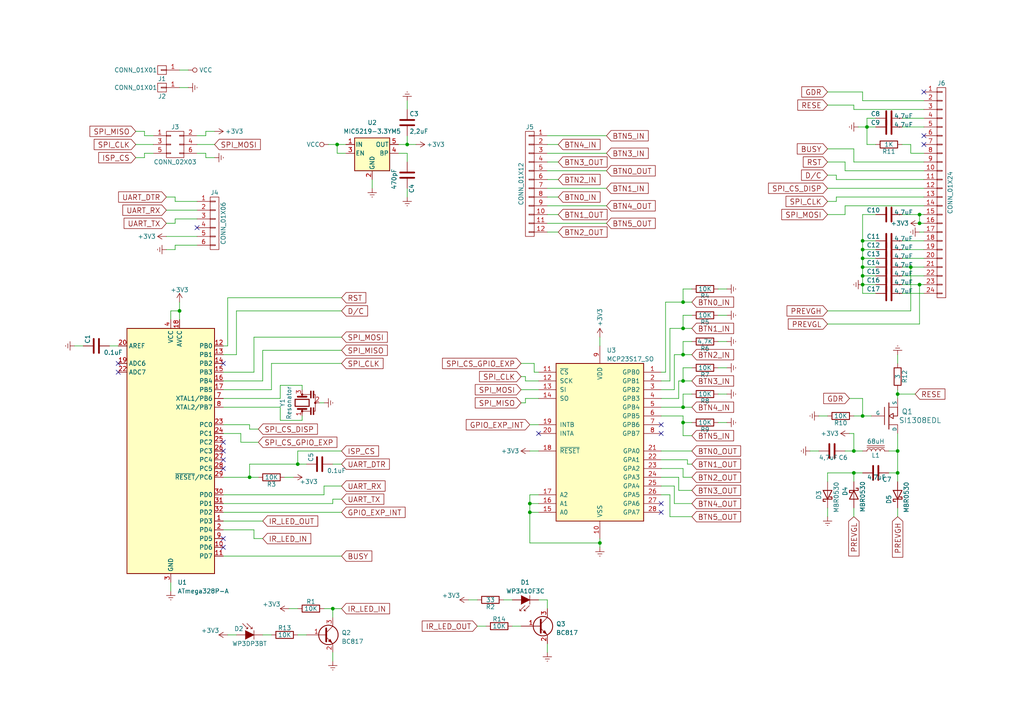
<source format=kicad_sch>
(kicad_sch (version 20230121) (generator eeschema)
  (paper "A4")
  (title_block (title "IOT Relay + Switch") (date "2017-05-30") (rev "1.1.0") (company "Felix Kübler"))
  (junction (at 97.79 41.91))
  (junction (at 250.19 72.39))
  (junction (at 250.19 82.55))
  (junction (at 250.19 80.01))
  (junction (at 173.99 157.48))
  (junction (at 52.07 90.17))
  (junction (at 260.35 114.3))
  (junction (at 153.67 148.59))
  (junction (at 260.35 137.16))
  (junction (at 198.12 87.63))
  (junction (at 266.7 62.23))
  (junction (at 250.19 77.47))
  (junction (at 86.36 134.62))
  (junction (at 250.19 74.93))
  (junction (at 247.65 130.81))
  (junction (at 198.12 122.555))
  (junction (at 153.67 146.05))
  (junction (at 118.11 41.91))
  (junction (at 250.19 120.65))
  (junction (at 198.12 110.49))
  (junction (at 251.46 36.83))
  (junction (at 266.7 64.77))
  (junction (at 96.52 176.53))
  (junction (at 198.12 95.25))
  (junction (at 264.16 77.47))
  (junction (at 198.12 102.87))
  (junction (at 266.7 82.55))
  (junction (at 198.12 118.11))
  (junction (at 260.35 130.81))
  (junction (at 250.19 69.85))
  (junction (at 247.65 137.16))
  (junction (at 72.39 138.43))
  (no_connect (at 191.77 148.59))
  (no_connect (at 57.15 66.04))
  (no_connect (at 64.77 135.89))
  (no_connect (at 34.29 105.41))
  (no_connect (at 267.97 41.91))
  (no_connect (at 64.77 158.75))
  (no_connect (at 156.21 125.73))
  (no_connect (at 267.97 26.67))
  (no_connect (at 64.77 133.35))
  (no_connect (at 64.77 105.41))
  (no_connect (at 191.77 125.73))
  (no_connect (at 191.77 146.05))
  (no_connect (at 267.97 39.37))
  (no_connect (at 64.77 156.21))
  (no_connect (at 64.77 130.81))
  (no_connect (at 191.77 123.19))
  (no_connect (at 34.29 107.95))
  (no_connect (at 64.77 128.27))
  (wire (pts (xy 107.95 52.07) (xy 107.95 54.61)))
  (wire (pts (xy 247.65 43.18) (xy 247.65 46.99)))
  (wire (pts (xy 194.31 149.86) (xy 200.66 149.86)))
  (wire (pts (xy 260.35 125.73) (xy 260.35 130.81)))
  (wire (pts (xy 267.97 59.69) (xy 245.11 59.69)))
  (wire (pts (xy 254 80.01) (xy 250.19 80.01)))
  (wire (pts (xy 52.07 87.63) (xy 52.07 90.17)))
  (wire (pts (xy 195.58 102.87) (xy 195.58 113.03)))
  (wire (pts (xy 200.66 146.05) (xy 195.58 146.05)))
  (wire (pts (xy 245.11 130.81) (xy 247.65 130.81)))
  (wire (pts (xy 200.66 122.555) (xy 198.12 122.555)))
  (wire (pts (xy 267.97 80.01) (xy 261.62 80.01)))
  (wire (pts (xy 41.91 38.1) (xy 41.91 39.37)))
  (wire (pts (xy 86.36 130.81) (xy 86.36 134.62)))
  (wire (pts (xy 250.19 82.55) (xy 250.19 85.09)))
  (wire (pts (xy 57.15 71.12) (xy 50.8 71.12)))
  (wire (pts (xy 267.97 74.93) (xy 261.62 74.93)))
  (wire (pts (xy 78.74 105.41) (xy 99.06 105.41)))
  (wire (pts (xy 93.98 143.51) (xy 64.77 143.51)))
  (wire (pts (xy 68.58 90.17) (xy 68.58 102.87)))
  (wire (pts (xy 198.12 110.49) (xy 196.85 110.49)))
  (wire (pts (xy 200.66 114.3) (xy 198.12 114.3)))
  (wire (pts (xy 81.28 118.11) (xy 64.77 118.11)))
  (wire (pts (xy 50.8 64.77) (xy 50.8 63.5)))
  (wire (pts (xy 66.04 184.15) (xy 68.58 184.15)))
  (wire (pts (xy 175.895 54.61) (xy 158.75 54.61)))
  (wire (pts (xy 64.77 151.13) (xy 76.2 151.13)))
  (wire (pts (xy 44.45 44.45) (xy 41.91 44.45)))
  (wire (pts (xy 260.35 137.16) (xy 260.35 139.7)))
  (wire (pts (xy 93.98 140.97) (xy 93.98 143.51)))
  (wire (pts (xy 52.07 90.17) (xy 52.07 92.71)))
  (wire (pts (xy 97.79 41.91) (xy 100.33 41.91)))
  (wire (pts (xy 87.63 111.76) (xy 87.63 113.03)))
  (wire (pts (xy 240.03 120.65) (xy 237.49 120.65)))
  (wire (pts (xy 198.12 138.43) (xy 198.12 135.89)))
  (wire (pts (xy 245.11 46.99) (xy 240.03 46.99)))
  (wire (pts (xy 50.8 58.42) (xy 57.15 58.42)))
  (wire (pts (xy 247.65 139.7) (xy 247.65 137.16)))
  (wire (pts (xy 83.82 176.53) (xy 86.36 176.53)))
  (wire (pts (xy 68.58 102.87) (xy 64.77 102.87)))
  (wire (pts (xy 64.77 113.03) (xy 78.74 113.03)))
  (wire (pts (xy 57.15 41.91) (xy 62.23 41.91)))
  (wire (pts (xy 267.97 29.21) (xy 250.19 29.21)))
  (wire (pts (xy 200.66 106.68) (xy 198.12 106.68)))
  (wire (pts (xy 175.895 49.53) (xy 158.75 49.53)))
  (wire (pts (xy 250.19 74.93) (xy 250.19 77.47)))
  (wire (pts (xy 261.62 62.23) (xy 266.7 62.23)))
  (wire (pts (xy 81.28 115.57) (xy 81.28 111.76)))
  (wire (pts (xy 267.97 34.29) (xy 261.62 34.29)))
  (wire (pts (xy 86.36 184.15) (xy 88.9 184.15)))
  (wire (pts (xy 250.19 85.09) (xy 254 85.09)))
  (wire (pts (xy 237.49 130.81) (xy 234.95 130.81)))
  (wire (pts (xy 118.11 44.45) (xy 118.11 46.99)))
  (wire (pts (xy 153.67 143.51) (xy 153.67 146.05)))
  (wire (pts (xy 242.57 58.42) (xy 242.57 57.15)))
  (wire (pts (xy 198.12 95.25) (xy 194.31 95.25)))
  (wire (pts (xy 254 77.47) (xy 250.19 77.47)))
  (wire (pts (xy 96.52 176.53) (xy 96.52 179.07)))
  (wire (pts (xy 198.12 120.65) (xy 191.77 120.65)))
  (wire (pts (xy 49.53 92.71) (xy 49.53 90.17)))
  (wire (pts (xy 251.46 36.83) (xy 251.46 41.91)))
  (wire (pts (xy 59.69 38.1) (xy 59.69 39.37)))
  (wire (pts (xy 240.03 137.16) (xy 240.03 139.7)))
  (wire (pts (xy 115.57 44.45) (xy 118.11 44.45)))
  (wire (pts (xy 96.52 146.05) (xy 64.77 146.05)))
  (wire (pts (xy 267.97 49.53) (xy 245.11 49.53)))
  (wire (pts (xy 198.12 83.82) (xy 198.12 87.63)))
  (wire (pts (xy 39.37 38.1) (xy 41.91 38.1)))
  (wire (pts (xy 31.75 100.33) (xy 34.29 100.33)))
  (wire (pts (xy 87.63 121.92) (xy 81.28 121.92)))
  (wire (pts (xy 200.66 102.87) (xy 198.12 102.87)))
  (wire (pts (xy 250.19 120.65) (xy 252.73 120.65)))
  (wire (pts (xy 196.85 115.57) (xy 191.77 115.57)))
  (wire (pts (xy 99.06 130.81) (xy 86.36 130.81)))
  (wire (pts (xy 48.26 57.15) (xy 50.8 57.15)))
  (wire (pts (xy 69.85 128.27) (xy 74.93 128.27)))
  (wire (pts (xy 208.28 106.68) (xy 210.82 106.68)))
  (wire (pts (xy 72.39 124.46) (xy 72.39 123.19)))
  (wire (pts (xy 250.19 69.85) (xy 254 69.85)))
  (wire (pts (xy 266.7 93.98) (xy 266.7 82.55)))
  (wire (pts (xy 100.33 44.45) (xy 97.79 44.45)))
  (wire (pts (xy 96.52 144.78) (xy 96.52 146.05)))
  (wire (pts (xy 138.43 181.61) (xy 140.97 181.61)))
  (wire (pts (xy 96.52 176.53) (xy 99.06 176.53)))
  (wire (pts (xy 208.28 99.06) (xy 210.82 99.06)))
  (wire (pts (xy 208.28 91.44) (xy 210.82 91.44)))
  (wire (pts (xy 64.77 125.73) (xy 69.85 125.73)))
  (wire (pts (xy 41.91 45.72) (xy 39.37 45.72)))
  (wire (pts (xy 146.05 173.99) (xy 148.59 173.99)))
  (wire (pts (xy 200.66 95.25) (xy 198.12 95.25)))
  (wire (pts (xy 48.26 68.58) (xy 57.15 68.58)))
  (wire (pts (xy 72.39 134.62) (xy 86.36 134.62)))
  (wire (pts (xy 193.04 87.63) (xy 193.04 107.95)))
  (wire (pts (xy 245.11 62.23) (xy 240.03 62.23)))
  (wire (pts (xy 240.03 93.98) (xy 266.7 93.98)))
  (wire (pts (xy 267.97 44.45) (xy 264.16 44.45)))
  (wire (pts (xy 248.92 36.83) (xy 251.46 36.83)))
  (wire (pts (xy 175.895 44.45) (xy 158.75 44.45)))
  (wire (pts (xy 210.82 122.555) (xy 208.28 122.555)))
  (wire (pts (xy 82.55 138.43) (xy 85.09 138.43)))
  (wire (pts (xy 240.03 43.18) (xy 247.65 43.18)))
  (wire (pts (xy 72.39 123.19) (xy 64.77 123.19)))
  (wire (pts (xy 92.71 116.84) (xy 93.98 116.84)))
  (wire (pts (xy 76.2 184.15) (xy 78.74 184.15)))
  (wire (pts (xy 161.925 57.15) (xy 158.75 57.15)))
  (wire (pts (xy 73.66 107.95) (xy 73.66 97.79)))
  (wire (pts (xy 208.28 83.82) (xy 210.82 83.82)))
  (wire (pts (xy 251.46 34.29) (xy 251.46 36.83)))
  (wire (pts (xy 158.75 186.69) (xy 158.75 189.23)))
  (wire (pts (xy 247.65 31.75) (xy 267.97 31.75)))
  (wire (pts (xy 260.35 105.41) (xy 260.35 102.87)))
  (wire (pts (xy 41.91 39.37) (xy 44.45 39.37)))
  (wire (pts (xy 59.69 39.37) (xy 57.15 39.37)))
  (wire (pts (xy 260.35 130.81) (xy 260.35 137.16)))
  (wire (pts (xy 247.65 130.81) (xy 250.19 130.81)))
  (wire (pts (xy 261.62 72.39) (xy 267.97 72.39)))
  (wire (pts (xy 97.79 44.45) (xy 97.79 41.91)))
  (wire (pts (xy 198.12 114.3) (xy 198.12 118.11)))
  (wire (pts (xy 198.12 102.87) (xy 195.58 102.87)))
  (wire (pts (xy 81.28 121.92) (xy 81.28 118.11)))
  (wire (pts (xy 87.63 120.65) (xy 87.63 121.92)))
  (wire (pts (xy 99.06 144.78) (xy 96.52 144.78)))
  (wire (pts (xy 266.7 62.23) (xy 267.97 62.23)))
  (wire (pts (xy 260.35 149.86) (xy 260.35 147.32)))
  (wire (pts (xy 198.12 99.06) (xy 198.12 102.87)))
  (wire (pts (xy 154.94 107.95) (xy 154.94 105.41)))
  (wire (pts (xy 195.58 146.05) (xy 195.58 140.97)))
  (wire (pts (xy 246.38 125.73) (xy 247.65 125.73)))
  (wire (pts (xy 208.28 114.3) (xy 210.82 114.3)))
  (wire (pts (xy 93.98 140.97) (xy 99.06 140.97)))
  (wire (pts (xy 50.8 63.5) (xy 57.15 63.5)))
  (wire (pts (xy 153.67 130.81) (xy 156.21 130.81)))
  (wire (pts (xy 173.99 156.21) (xy 173.99 157.48)))
  (wire (pts (xy 254 82.55) (xy 250.19 82.55)))
  (wire (pts (xy 254 34.29) (xy 251.46 34.29)))
  (wire (pts (xy 64.77 110.49) (xy 76.2 110.49)))
  (wire (pts (xy 264.16 90.17) (xy 264.16 77.47)))
  (wire (pts (xy 173.99 157.48) (xy 173.99 158.75)))
  (wire (pts (xy 76.2 110.49) (xy 76.2 101.6)))
  (wire (pts (xy 247.65 120.65) (xy 250.19 120.65)))
  (wire (pts (xy 191.77 143.51) (xy 194.31 143.51)))
  (wire (pts (xy 148.59 181.61) (xy 151.13 181.61)))
  (wire (pts (xy 264.16 41.91) (xy 261.62 41.91)))
  (wire (pts (xy 264.16 77.47) (xy 267.97 77.47)))
  (wire (pts (xy 240.03 30.48) (xy 247.65 30.48)))
  (wire (pts (xy 251.46 36.83) (xy 254 36.83)))
  (wire (pts (xy 199.39 134.62) (xy 200.66 134.62)))
  (wire (pts (xy 191.77 130.81) (xy 200.66 130.81)))
  (wire (pts (xy 118.11 54.61) (xy 118.11 57.15)))
  (wire (pts (xy 193.04 107.95) (xy 191.77 107.95)))
  (wire (pts (xy 266.7 62.23) (xy 266.7 64.77)))
  (wire (pts (xy 250.19 62.23) (xy 250.19 69.85)))
  (wire (pts (xy 135.89 173.99) (xy 138.43 173.99)))
  (wire (pts (xy 152.4 109.22) (xy 152.4 110.49)))
  (wire (pts (xy 118.11 41.91) (xy 120.65 41.91)))
  (wire (pts (xy 198.12 106.68) (xy 198.12 110.49)))
  (wire (pts (xy 62.23 38.1) (xy 59.69 38.1)))
  (wire (pts (xy 44.45 41.91) (xy 39.37 41.91)))
  (wire (pts (xy 200.66 83.82) (xy 198.12 83.82)))
  (wire (pts (xy 245.11 59.69) (xy 245.11 62.23)))
  (wire (pts (xy 161.925 67.31) (xy 158.75 67.31)))
  (wire (pts (xy 200.66 110.49) (xy 198.12 110.49)))
  (wire (pts (xy 198.12 126.365) (xy 200.66 126.365)))
  (wire (pts (xy 66.04 100.33) (xy 64.77 100.33)))
  (wire (pts (xy 266.7 82.55) (xy 267.97 82.55)))
  (wire (pts (xy 118.11 31.75) (xy 118.11 29.21)))
  (wire (pts (xy 200.66 118.11) (xy 198.12 118.11)))
  (wire (pts (xy 153.67 148.59) (xy 153.67 157.48)))
  (wire (pts (xy 161.925 62.23) (xy 158.75 62.23)))
  (wire (pts (xy 86.36 134.62) (xy 88.9 134.62)))
  (wire (pts (xy 76.2 101.6) (xy 99.06 101.6)))
  (wire (pts (xy 199.39 133.35) (xy 199.39 134.62)))
  (wire (pts (xy 73.66 97.79) (xy 99.06 97.79)))
  (wire (pts (xy 154.94 105.41) (xy 151.13 105.41)))
  (wire (pts (xy 72.39 138.43) (xy 74.93 138.43)))
  (wire (pts (xy 240.03 50.8) (xy 242.57 50.8)))
  (wire (pts (xy 245.11 49.53) (xy 245.11 46.99)))
  (wire (pts (xy 64.77 138.43) (xy 72.39 138.43)))
  (wire (pts (xy 156.21 107.95) (xy 154.94 107.95)))
  (wire (pts (xy 257.81 137.16) (xy 260.35 137.16)))
  (wire (pts (xy 196.85 142.24) (xy 200.66 142.24)))
  (wire (pts (xy 251.46 41.91) (xy 254 41.91)))
  (wire (pts (xy 198.12 120.65) (xy 198.12 122.555)))
  (wire (pts (xy 260.35 113.03) (xy 260.35 114.3)))
  (wire (pts (xy 153.67 146.05) (xy 153.67 148.59)))
  (wire (pts (xy 48.26 64.77) (xy 50.8 64.77)))
  (wire (pts (xy 59.69 44.45) (xy 59.69 45.72)))
  (wire (pts (xy 266.7 64.77) (xy 267.97 64.77)))
  (wire (pts (xy 240.03 58.42) (xy 242.57 58.42)))
  (wire (pts (xy 64.77 161.29) (xy 99.06 161.29)))
  (wire (pts (xy 200.66 138.43) (xy 198.12 138.43)))
  (wire (pts (xy 254 62.23) (xy 250.19 62.23)))
  (wire (pts (xy 151.13 116.84) (xy 152.4 116.84)))
  (wire (pts (xy 72.39 134.62) (xy 72.39 138.43)))
  (wire (pts (xy 152.4 110.49) (xy 156.21 110.49)))
  (wire (pts (xy 50.8 72.39) (xy 48.26 72.39)))
  (wire (pts (xy 260.35 130.81) (xy 257.81 130.81)))
  (wire (pts (xy 250.19 26.67) (xy 240.03 26.67)))
  (wire (pts (xy 48.26 60.96) (xy 57.15 60.96)))
  (wire (pts (xy 267.97 69.85) (xy 261.62 69.85)))
  (wire (pts (xy 73.66 153.67) (xy 64.77 153.67)))
  (wire (pts (xy 240.03 90.17) (xy 264.16 90.17)))
  (wire (pts (xy 74.93 124.46) (xy 72.39 124.46)))
  (wire (pts (xy 250.19 72.39) (xy 250.19 74.93)))
  (wire (pts (xy 151.13 109.22) (xy 152.4 109.22)))
  (wire (pts (xy 158.75 46.99) (xy 161.925 46.99)))
  (wire (pts (xy 69.85 125.73) (xy 69.85 128.27)))
  (wire (pts (xy 158.75 64.77) (xy 175.895 64.77)))
  (wire (pts (xy 175.895 39.37) (xy 158.75 39.37)))
  (wire (pts (xy 173.99 100.33) (xy 173.99 97.79)))
  (wire (pts (xy 99.06 90.17) (xy 68.58 90.17)))
  (wire (pts (xy 153.67 157.48) (xy 173.99 157.48)))
  (wire (pts (xy 64.77 107.95) (xy 73.66 107.95)))
  (wire (pts (xy 250.19 29.21) (xy 250.19 26.67)))
  (wire (pts (xy 191.77 133.35) (xy 199.39 133.35)))
  (wire (pts (xy 198.12 87.63) (xy 193.04 87.63)))
  (wire (pts (xy 50.8 57.15) (xy 50.8 58.42)))
  (wire (pts (xy 49.53 90.17) (xy 52.07 90.17)))
  (wire (pts (xy 266.7 67.31) (xy 267.97 67.31)))
  (wire (pts (xy 242.57 57.15) (xy 267.97 57.15)))
  (wire (pts (xy 66.04 86.36) (xy 66.04 100.33)))
  (wire (pts (xy 73.66 156.21) (xy 73.66 153.67)))
  (wire (pts (xy 200.66 91.44) (xy 198.12 91.44)))
  (wire (pts (xy 156.21 173.99) (xy 158.75 173.99)))
  (wire (pts (xy 198.12 91.44) (xy 198.12 95.25)))
  (wire (pts (xy 81.28 115.57) (xy 64.77 115.57)))
  (wire (pts (xy 96.52 189.23) (xy 96.52 191.77)))
  (wire (pts (xy 41.91 44.45) (xy 41.91 45.72)))
  (wire (pts (xy 99.06 86.36) (xy 66.04 86.36)))
  (wire (pts (xy 95.25 41.91) (xy 97.79 41.91)))
  (wire (pts (xy 115.57 41.91) (xy 118.11 41.91)))
  (wire (pts (xy 260.35 114.3) (xy 260.35 115.57)))
  (wire (pts (xy 250.19 115.57) (xy 250.19 120.65)))
  (wire (pts (xy 250.19 69.85) (xy 250.19 72.39)))
  (wire (pts (xy 200.66 99.06) (xy 198.12 99.06)))
  (wire (pts (xy 156.21 143.51) (xy 153.67 143.51)))
  (wire (pts (xy 195.58 140.97) (xy 191.77 140.97)))
  (wire (pts (xy 240.03 149.86) (xy 240.03 147.32)))
  (wire (pts (xy 194.31 95.25) (xy 194.31 110.49)))
  (wire (pts (xy 191.77 113.03) (xy 195.58 113.03)))
  (wire (pts (xy 54.61 25.4) (xy 52.07 25.4)))
  (wire (pts (xy 153.67 146.05) (xy 156.21 146.05)))
  (wire (pts (xy 247.65 137.16) (xy 250.19 137.16)))
  (wire (pts (xy 261.62 77.47) (xy 264.16 77.47)))
  (wire (pts (xy 93.98 176.53) (xy 96.52 176.53)))
  (wire (pts (xy 242.57 50.8) (xy 242.57 52.07)))
  (wire (pts (xy 254 74.93) (xy 250.19 74.93)))
  (wire (pts (xy 158.75 173.99) (xy 158.75 176.53)))
  (wire (pts (xy 198.12 122.555) (xy 198.12 126.365)))
  (wire (pts (xy 21.59 100.33) (xy 24.13 100.33)))
  (wire (pts (xy 246.38 115.57) (xy 250.19 115.57)))
  (wire (pts (xy 198.12 118.11) (xy 191.77 118.11)))
  (wire (pts (xy 247.65 125.73) (xy 247.65 130.81)))
  (wire (pts (xy 175.895 59.69) (xy 158.75 59.69)))
  (wire (pts (xy 59.69 45.72) (xy 62.23 45.72)))
  (wire (pts (xy 247.65 46.99) (xy 267.97 46.99)))
  (wire (pts (xy 250.19 80.01) (xy 250.19 82.55)))
  (wire (pts (xy 261.62 36.83) (xy 267.97 36.83)))
  (wire (pts (xy 198.12 135.89) (xy 191.77 135.89)))
  (wire (pts (xy 153.67 123.19) (xy 156.21 123.19)))
  (wire (pts (xy 247.65 149.86) (xy 247.65 147.32)))
  (wire (pts (xy 200.66 87.63) (xy 198.12 87.63)))
  (wire (pts (xy 73.66 156.21) (xy 76.2 156.21)))
  (wire (pts (xy 194.31 110.49) (xy 191.77 110.49)))
  (wire (pts (xy 156.21 113.03) (xy 151.13 113.03)))
  (wire (pts (xy 158.75 41.91) (xy 161.925 41.91)))
  (wire (pts (xy 194.31 143.51) (xy 194.31 149.86)))
  (wire (pts (xy 247.65 30.48) (xy 247.65 31.75)))
  (wire (pts (xy 254 72.39) (xy 250.19 72.39)))
  (wire (pts (xy 78.74 113.03) (xy 78.74 105.41)))
  (wire (pts (xy 196.85 110.49) (xy 196.85 115.57)))
  (wire (pts (xy 49.53 168.91) (xy 49.53 171.45)))
  (wire (pts (xy 264.16 44.45) (xy 264.16 41.91)))
  (wire (pts (xy 153.67 148.59) (xy 156.21 148.59)))
  (wire (pts (xy 191.77 138.43) (xy 196.85 138.43)))
  (wire (pts (xy 152.4 116.84) (xy 152.4 115.57)))
  (wire (pts (xy 96.52 134.62) (xy 99.06 134.62)))
  (wire (pts (xy 267.97 85.09) (xy 261.62 85.09)))
  (wire (pts (xy 261.62 82.55) (xy 266.7 82.55)))
  (wire (pts (xy 242.57 52.07) (xy 267.97 52.07)))
  (wire (pts (xy 250.19 77.47) (xy 250.19 80.01)))
  (wire (pts (xy 161.925 52.07) (xy 158.75 52.07)))
  (wire (pts (xy 152.4 115.57) (xy 156.21 115.57)))
  (wire (pts (xy 118.11 39.37) (xy 118.11 41.91)))
  (wire (pts (xy 196.85 138.43) (xy 196.85 142.24)))
  (wire (pts (xy 267.97 54.61) (xy 240.03 54.61)))
  (wire (pts (xy 265.43 114.3) (xy 260.35 114.3)))
  (wire (pts (xy 50.8 71.12) (xy 50.8 72.39)))
  (wire (pts (xy 64.77 148.59) (xy 99.06 148.59)))
  (wire (pts (xy 57.15 44.45) (xy 59.69 44.45)))
  (wire (pts (xy 81.28 111.76) (xy 87.63 111.76)))
  (wire (pts (xy 52.07 20.32) (xy 54.61 20.32)))
  (wire (pts (xy 240.03 137.16) (xy 247.65 137.16)))
  (global_label "SPI_MOSI" (shape input) (at 240.03 62.23 180) (effects (font (size 1.524 1.524))) (property "Intersheetrefs" "${INTERSHEET_REFS}" (effects hide)))
  (global_label "RESE" (shape input) (at 240.03 30.48 180) (effects (font (size 1.524 1.524))) (property "Intersheetrefs" "${INTERSHEET_REFS}" (effects hide)))
  (global_label "BTN1_OUT" (shape input) (at 161.925 62.23 0) (effects (font (size 1.524 1.524))) (property "Intersheetrefs" "${INTERSHEET_REFS}" (effects hide)))
  (global_label "BTN1_IN" (shape input) (at 175.895 54.61 0) (effects (font (size 1.524 1.524))) (property "Intersheetrefs" "${INTERSHEET_REFS}" (effects hide)))
  (global_label "ISP_CS" (shape input) (at 99.06 130.81 0) (effects (font (size 1.524 1.524))) (property "Intersheetrefs" "${INTERSHEET_REFS}" (effects hide)))
  (global_label "SPI_MOSI" (shape input) (at 62.23 41.91 0) (effects (font (size 1.524 1.524))) (property "Intersheetrefs" "${INTERSHEET_REFS}" (effects hide)))
  (global_label "IR_LED_OUT" (shape input) (at 76.2 151.13 0) (effects (font (size 1.524 1.524))) (property "Intersheetrefs" "${INTERSHEET_REFS}" (effects hide)))
  (global_label "UART_TX" (shape input) (at 99.06 144.78 0) (effects (font (size 1.524 1.524))) (property "Intersheetrefs" "${INTERSHEET_REFS}" (effects hide)))
  (global_label "UART_RX" (shape input) (at 99.06 140.97 0) (effects (font (size 1.524 1.524))) (property "Intersheetrefs" "${INTERSHEET_REFS}" (effects hide)))
  (global_label "GPIO_EXP_INT" (shape input) (at 99.06 148.59 0) (effects (font (size 1.524 1.524))) (property "Intersheetrefs" "${INTERSHEET_REFS}" (effects hide)))
  (global_label "SPI_CLK" (shape input) (at 151.13 109.22 180) (effects (font (size 1.524 1.524))) (property "Intersheetrefs" "${INTERSHEET_REFS}" (effects hide)))
  (global_label "SPI_CLK" (shape input) (at 99.06 105.41 0) (effects (font (size 1.524 1.524))) (property "Intersheetrefs" "${INTERSHEET_REFS}" (effects hide)))
  (global_label "BTN4_IN" (shape input) (at 161.925 41.91 0) (effects (font (size 1.524 1.524))) (property "Intersheetrefs" "${INTERSHEET_REFS}" (effects hide)))
  (global_label "PREVGH" (shape input) (at 260.35 149.86 270) (effects (font (size 1.524 1.524))) (property "Intersheetrefs" "${INTERSHEET_REFS}" (effects hide)))
  (global_label "RESE" (shape input) (at 265.43 114.3 0) (effects (font (size 1.524 1.524))) (property "Intersheetrefs" "${INTERSHEET_REFS}" (effects hide)))
  (global_label "BTN2_OUT" (shape input) (at 161.925 67.31 0) (effects (font (size 1.524 1.524))) (property "Intersheetrefs" "${INTERSHEET_REFS}" (effects hide)))
  (global_label "RST" (shape input) (at 99.06 86.36 0) (effects (font (size 1.524 1.524))) (property "Intersheetrefs" "${INTERSHEET_REFS}" (effects hide)))
  (global_label "PREVGL" (shape input) (at 240.03 93.98 180) (effects (font (size 1.524 1.524))) (property "Intersheetrefs" "${INTERSHEET_REFS}" (effects hide)))
  (global_label "D/C" (shape input) (at 99.06 90.17 0) (effects (font (size 1.524 1.524))) (property "Intersheetrefs" "${INTERSHEET_REFS}" (effects hide)))
  (global_label "SPI_CLK" (shape input) (at 240.03 58.42 180) (effects (font (size 1.524 1.524))) (property "Intersheetrefs" "${INTERSHEET_REFS}" (effects hide)))
  (global_label "UART_TX" (shape input) (at 48.26 64.77 180) (effects (font (size 1.524 1.524))) (property "Intersheetrefs" "${INTERSHEET_REFS}" (effects hide)))
  (global_label "BTN0_OUT" (shape input) (at 175.895 49.53 0) (effects (font (size 1.524 1.524))) (property "Intersheetrefs" "${INTERSHEET_REFS}" (effects hide)))
  (global_label "BUSY" (shape input) (at 99.06 161.29 0) (effects (font (size 1.524 1.524))) (property "Intersheetrefs" "${INTERSHEET_REFS}" (effects hide)))
  (global_label "BTN5_OUT" (shape input) (at 200.66 149.86 0) (effects (font (size 1.524 1.524))) (property "Intersheetrefs" "${INTERSHEET_REFS}" (effects hide)))
  (global_label "SPI_MOSI" (shape input) (at 151.13 113.03 180) (effects (font (size 1.524 1.524))) (property "Intersheetrefs" "${INTERSHEET_REFS}" (effects hide)))
  (global_label "BUSY" (shape input) (at 240.03 43.18 180) (effects (font (size 1.524 1.524))) (property "Intersheetrefs" "${INTERSHEET_REFS}" (effects hide)))
  (global_label "BTN3_IN" (shape input) (at 200.66 110.49 0) (effects (font (size 1.524 1.524))) (property "Intersheetrefs" "${INTERSHEET_REFS}" (effects hide)))
  (global_label "RST" (shape input) (at 240.03 46.99 180) (effects (font (size 1.524 1.524))) (property "Intersheetrefs" "${INTERSHEET_REFS}" (effects hide)))
  (global_label "SPI_CS_GPIO_EXP" (shape input) (at 74.93 128.27 0) (effects (font (size 1.524 1.524))) (property "Intersheetrefs" "${INTERSHEET_REFS}" (effects hide)))
  (global_label "BTN4_IN" (shape input) (at 200.66 118.11 0) (effects (font (size 1.524 1.524))) (property "Intersheetrefs" "${INTERSHEET_REFS}" (effects hide)))
  (global_label "BTN3_IN" (shape input) (at 175.895 44.45 0) (effects (font (size 1.524 1.524))) (property "Intersheetrefs" "${INTERSHEET_REFS}" (effects hide)))
  (global_label "IR_LED_OUT" (shape input) (at 138.43 181.61 180) (effects (font (size 1.524 1.524))) (property "Intersheetrefs" "${INTERSHEET_REFS}" (effects hide)))
  (global_label "BTN2_IN" (shape input) (at 161.925 52.07 0) (effects (font (size 1.524 1.524))) (property "Intersheetrefs" "${INTERSHEET_REFS}" (effects hide)))
  (global_label "BTN1_IN" (shape input) (at 200.66 95.25 0) (effects (font (size 1.524 1.524))) (property "Intersheetrefs" "${INTERSHEET_REFS}" (effects hide)))
  (global_label "IR_LED_IN" (shape input) (at 76.2 156.21 0) (effects (font (size 1.524 1.524))) (property "Intersheetrefs" "${INTERSHEET_REFS}" (effects hide)))
  (global_label "IR_LED_IN" (shape input) (at 99.06 176.53 0) (effects (font (size 1.524 1.524))) (property "Intersheetrefs" "${INTERSHEET_REFS}" (effects hide)))
  (global_label "SPI_MISO" (shape input) (at 99.06 101.6 0) (effects (font (size 1.524 1.524))) (property "Intersheetrefs" "${INTERSHEET_REFS}" (effects hide)))
  (global_label "SPI_CLK" (shape input) (at 39.37 41.91 180) (effects (font (size 1.524 1.524))) (property "Intersheetrefs" "${INTERSHEET_REFS}" (effects hide)))
  (global_label "SPI_CS_GPIO_EXP" (shape input) (at 151.13 105.41 180) (effects (font (size 1.524 1.524))) (property "Intersheetrefs" "${INTERSHEET_REFS}" (effects hide)))
  (global_label "ISP_CS" (shape input) (at 39.37 45.72 180) (effects (font (size 1.524 1.524))) (property "Intersheetrefs" "${INTERSHEET_REFS}" (effects hide)))
  (global_label "BTN0_IN" (shape input) (at 200.66 87.63 0) (effects (font (size 1.524 1.524))) (property "Intersheetrefs" "${INTERSHEET_REFS}" (effects hide)))
  (global_label "SPI_MOSI" (shape input) (at 99.06 97.79 0) (effects (font (size 1.524 1.524))) (property "Intersheetrefs" "${INTERSHEET_REFS}" (effects hide)))
  (global_label "BTN0_OUT" (shape input) (at 200.66 130.81 0) (effects (font (size 1.524 1.524))) (property "Intersheetrefs" "${INTERSHEET_REFS}" (effects hide)))
  (global_label "BTN3_OUT" (shape input) (at 200.66 142.24 0) (effects (font (size 1.524 1.524))) (property "Intersheetrefs" "${INTERSHEET_REFS}" (effects hide)))
  (global_label "BTN4_OUT" (shape input) (at 175.895 59.69 0) (effects (font (size 1.524 1.524))) (property "Intersheetrefs" "${INTERSHEET_REFS}" (effects hide)))
  (global_label "GDR" (shape input) (at 240.03 26.67 180) (effects (font (size 1.524 1.524))) (property "Intersheetrefs" "${INTERSHEET_REFS}" (effects hide)))
  (global_label "BTN5_IN" (shape input) (at 200.66 126.365 0) (effects (font (size 1.524 1.524))) (property "Intersheetrefs" "${INTERSHEET_REFS}" (effects hide)))
  (global_label "SPI_CS_DISP" (shape input) (at 240.03 54.61 180) (effects (font (size 1.524 1.524))) (property "Intersheetrefs" "${INTERSHEET_REFS}" (effects hide)))
  (global_label "BTN5_IN" (shape input) (at 175.895 39.37 0) (effects (font (size 1.524 1.524))) (property "Intersheetrefs" "${INTERSHEET_REFS}" (effects hide)))
  (global_label "UART_RX" (shape input) (at 48.26 60.96 180) (effects (font (size 1.524 1.524))) (property "Intersheetrefs" "${INTERSHEET_REFS}" (effects hide)))
  (global_label "BTN2_OUT" (shape input) (at 200.66 138.43 0) (effects (font (size 1.524 1.524))) (property "Intersheetrefs" "${INTERSHEET_REFS}" (effects hide)))
  (global_label "BTN5_OUT" (shape input) (at 175.895 64.77 0) (effects (font (size 1.524 1.524))) (property "Intersheetrefs" "${INTERSHEET_REFS}" (effects hide)))
  (global_label "SPI_CS_DISP" (shape input) (at 74.93 124.46 0) (effects (font (size 1.524 1.524))) (property "Intersheetrefs" "${INTERSHEET_REFS}" (effects hide)))
  (global_label "UART_DTR" (shape input) (at 48.26 57.15 180) (effects (font (size 1.524 1.524))) (property "Intersheetrefs" "${INTERSHEET_REFS}" (effects hide)))
  (global_label "BTN0_IN" (shape input) (at 161.925 57.15 0) (effects (font (size 1.524 1.524))) (property "Intersheetrefs" "${INTERSHEET_REFS}" (effects hide)))
  (global_label "SPI_MISO" (shape input) (at 39.37 38.1 180) (effects (font (size 1.524 1.524))) (property "Intersheetrefs" "${INTERSHEET_REFS}" (effects hide)))
  (global_label "GDR" (shape input) (at 246.38 115.57 180) (effects (font (size 1.524 1.524))) (property "Intersheetrefs" "${INTERSHEET_REFS}" (effects hide)))
  (global_label "UART_DTR" (shape input) (at 99.06 134.62 0) (effects (font (size 1.524 1.524))) (property "Intersheetrefs" "${INTERSHEET_REFS}" (effects hide)))
  (global_label "PREVGL" (shape input) (at 247.65 149.86 270) (effects (font (size 1.524 1.524))) (property "Intersheetrefs" "${INTERSHEET_REFS}" (effects hide)))
  (global_label "PREVGH" (shape input) (at 240.03 90.17 180) (effects (font (size 1.524 1.524))) (property "Intersheetrefs" "${INTERSHEET_REFS}" (effects hide)))
  (global_label "BTN1_OUT" (shape input) (at 200.66 134.62 0) (effects (font (size 1.524 1.524))) (property "Intersheetrefs" "${INTERSHEET_REFS}" (effects hide)))
  (global_label "SPI_MISO" (shape input) (at 151.13 116.84 180) (effects (font (size 1.524 1.524))) (property "Intersheetrefs" "${INTERSHEET_REFS}" (effects hide)))
  (global_label "BTN2_IN" (shape input) (at 200.66 102.87 0) (effects (font (size 1.524 1.524))) (property "Intersheetrefs" "${INTERSHEET_REFS}" (effects hide)))
  (global_label "D/C" (shape input) (at 240.03 50.8 180) (effects (font (size 1.524 1.524))) (property "Intersheetrefs" "${INTERSHEET_REFS}" (effects hide)))
  (global_label "BTN4_OUT" (shape input) (at 200.66 146.05 0) (effects (font (size 1.524 1.524))) (property "Intersheetrefs" "${INTERSHEET_REFS}" (effects hide)))
  (global_label "GPIO_EXP_INT" (shape input) (at 153.67 123.19 180) (effects (font (size 1.524 1.524))) (property "Intersheetrefs" "${INTERSHEET_REFS}" (effects hide)))
  (global_label "BTN3_OUT" (shape input) (at 161.925 46.99 0) (effects (font (size 1.524 1.524))) (property "Intersheetrefs" "${INTERSHEET_REFS}" (effects hide)))
  (symbol (lib_id "Remote-rescue:IR204A") (at 151.13 173.99 180) (unit 1)
    (property "Reference" "D1" (at 153.67 168.91 0) (effects (justify left)))
    (property "Value" "WP3A10F3C" (at 152.4 171.45 0))
    (property "Footprint" "LED_castellation:LED_D3.0mm_Horizontal_O6.35mm_Z2.0mm" (effects hide))
  )
  (symbol (lib_id "Remote-rescue:+3.3V") (at 83.82 176.53 90) (unit 1)
    (property "Reference" "#PWR01" (effects hide))
    (property "Value" "+3.3V" (at 78.74 175.26 90))
  )
  (symbol (lib_id "Remote-rescue:R") (at 142.24 173.99 270) (unit 1)
    (property "Reference" "R2" (at 142.24 176.022 90))
    (property "Value" "33" (at 142.24 173.99 90))
    (property "Footprint" "Resistor_SMD:R_0805_2012Metric" (effects hide))
  )
  (symbol (lib_id "Remote-rescue:CONN_01X12") (at 153.67 53.34 0) (mirror y) (unit 1)
    (property "Reference" "J5" (at 153.67 36.83 0))
    (property "Value" "CONN_01X12" (at 151.13 53.34 90))
    (property "Footprint" "Terminal:SolderPad_1x12_1.27mm" (effects hide))
  )
  (symbol (lib_id "Remote-rescue:CONN_01X01") (at 46.99 20.32 180) (unit 1)
    (property "Reference" "J1" (at 46.99 22.86 0))
    (property "Value" "CONN_01X01" (at 39.37 20.32 0))
    (property "Footprint" "SMD_Packages:1Pin" (effects hide))
  )
  (symbol (lib_id "Remote-rescue:CONN_01X01") (at 46.99 25.4 180) (unit 1)
    (property "Reference" "J2" (at 46.99 27.94 0))
    (property "Value" "CONN_01X01" (at 39.37 25.4 0))
    (property "Footprint" "SMD_Packages:1Pin" (effects hide))
  )
  (symbol (lib_id "Remote-rescue:SFH203FA") (at 71.12 184.15 0) (mirror y) (unit 1)
    (property "Reference" "D2" (at 70.612 182.372 0) (effects (justify left)))
    (property "Value" "WP3DP3BT" (at 72.39 186.69 0))
    (property "Footprint" "LED_castellation:LED_D3.0mm_Horizontal_O6.35mm_Z2.0mm" (effects hide))
  )
  (symbol (lib_id "Remote-rescue:R") (at 90.17 176.53 90) (unit 1)
    (property "Reference" "R1" (at 90.17 174.498 90))
    (property "Value" "10K" (at 90.17 176.53 90))
    (property "Footprint" "Resistor_SMD:R_0805_2012Metric" (effects hide))
  )
  (symbol (lib_id "Remote-rescue:CONN_01X24") (at 273.05 55.88 0) (unit 1)
    (property "Reference" "J6" (at 273.05 24.13 0))
    (property "Value" "CONN_01X24" (at 275.59 55.88 90))
    (property "Footprint" "Connector_FFC-FPC:Hirose_FH12-24S-0.5SH_1x24-1MP_P0.50mm_Horizontal" (effects hide))
  )
  (symbol (lib_id "Remote-rescue:C") (at 257.81 85.09 90) (unit 1)
    (property "Reference" "C17" (at 255.27 83.82 90) (effects (justify left)))
    (property "Value" "4,7uF" (at 264.795 84.455 90) (effects (justify left)))
    (property "Footprint" "Capacitor_SMD:C_0805_2012Metric" (effects hide))
  )
  (symbol (lib_id "Remote-rescue:C") (at 257.81 82.55 90) (unit 1)
    (property "Reference" "C16" (at 255.27 81.28 90) (effects (justify left)))
    (property "Value" "4,7uF" (at 264.795 81.915 90) (effects (justify left)))
    (property "Footprint" "Capacitor_SMD:C_0805_2012Metric" (effects hide))
  )
  (symbol (lib_id "Remote-rescue:C") (at 257.81 80.01 90) (unit 1)
    (property "Reference" "C15" (at 255.27 78.74 90) (effects (justify left)))
    (property "Value" "4,7uF" (at 264.795 79.375 90) (effects (justify left)))
    (property "Footprint" "Capacitor_SMD:C_0805_2012Metric" (effects hide))
  )
  (symbol (lib_id "Remote-rescue:C") (at 257.81 77.47 90) (unit 1)
    (property "Reference" "C14" (at 255.27 76.2 90) (effects (justify left)))
    (property "Value" "4,7uF" (at 264.795 76.835 90) (effects (justify left)))
    (property "Footprint" "Capacitor_SMD:C_0805_2012Metric" (effects hide))
  )
  (symbol (lib_id "Remote-rescue:C") (at 257.81 74.93 90) (unit 1)
    (property "Reference" "C13" (at 255.27 73.66 90) (effects (justify left)))
    (property "Value" "4,7uF" (at 264.795 74.295 90) (effects (justify left)))
    (property "Footprint" "Capacitor_SMD:C_0805_2012Metric" (effects hide))
  )
  (symbol (lib_id "Remote-rescue:C") (at 257.81 72.39 90) (unit 1)
    (property "Reference" "C12" (at 255.27 71.12 90) (effects (justify left)))
    (property "Value" "4,7uF" (at 264.795 71.755 90) (effects (justify left)))
    (property "Footprint" "Capacitor_SMD:C_0805_2012Metric" (effects hide))
  )
  (symbol (lib_id "Remote-rescue:C") (at 257.81 69.85 90) (unit 1)
    (property "Reference" "C11" (at 255.27 68.58 90) (effects (justify left)))
    (property "Value" "4,7uF" (at 264.795 69.215 90) (effects (justify left)))
    (property "Footprint" "Capacitor_SMD:C_0805_2012Metric" (effects hide))
  )
  (symbol (lib_id "Remote-rescue:C") (at 257.81 62.23 90) (unit 1)
    (property "Reference" "C10" (at 255.27 60.96 90) (effects (justify left)))
    (property "Value" "4,7uF" (at 264.795 61.595 90) (effects (justify left)))
    (property "Footprint" "Capacitor_SMD:C_0805_2012Metric" (effects hide))
  )
  (symbol (lib_id "Remote-rescue:C") (at 257.81 34.29 90) (unit 1)
    (property "Reference" "C8" (at 255.27 33.02 90) (effects (justify left)))
    (property "Value" "4,7uF" (at 264.795 33.655 90) (effects (justify left)))
    (property "Footprint" "Capacitor_SMD:C_0805_2012Metric" (effects hide))
  )
  (symbol (lib_id "Remote-rescue:C") (at 257.81 36.83 90) (unit 1)
    (property "Reference" "C9" (at 255.27 35.56 90) (effects (justify left)))
    (property "Value" "4,7uF" (at 264.795 36.195 90) (effects (justify left)))
    (property "Footprint" "Capacitor_SMD:C_0805_2012Metric" (effects hide))
  )
  (symbol (lib_id "Remote-rescue:Earth") (at 248.92 36.83 270) (unit 1)
    (property "Reference" "#PWR02" (effects hide))
    (property "Value" "Earth" (effects hide))
  )
  (symbol (lib_id "Remote-rescue:Earth") (at 250.19 82.55 270) (unit 1)
    (property "Reference" "#PWR03" (effects hide))
    (property "Value" "Earth" (effects hide))
  )
  (symbol (lib_id "Remote-rescue:Earth") (at 266.7 67.31 270) (unit 1)
    (property "Reference" "#PWR04" (effects hide))
    (property "Value" "Earth" (effects hide))
  )
  (symbol (lib_id "Remote-rescue:C") (at 118.11 35.56 0) (unit 1)
    (property "Reference" "C3" (at 118.745 33.02 0) (effects (justify left)))
    (property "Value" "2,2uF" (at 118.745 38.1 0) (effects (justify left)))
    (property "Footprint" "Capacitor_SMD:C_0805_2012Metric" (effects hide))
  )
  (symbol (lib_id "Remote-rescue:Earth") (at 118.11 57.15 0) (unit 1)
    (property "Reference" "#PWR05" (effects hide))
    (property "Value" "Earth" (effects hide))
  )
  (symbol (lib_id "Remote-rescue:Earth") (at 118.11 29.21 180) (unit 1)
    (property "Reference" "#PWR07" (effects hide))
    (property "Value" "Earth" (effects hide))
  )
  (symbol (lib_id "Remote-rescue:C") (at 118.11 50.8 180) (unit 1)
    (property "Reference" "C4" (at 119.38 53.34 90) (effects (justify left)))
    (property "Value" "470pF" (at 114.3 48.895 90) (effects (justify left)))
    (property "Footprint" "Capacitor_SMD:C_0805_2012Metric" (effects hide))
  )
  (symbol (lib_id "Remote-rescue:Earth") (at 107.95 54.61 0) (unit 1)
    (property "Reference" "#PWR08" (effects hide))
    (property "Value" "Earth" (effects hide))
  )
  (symbol (lib_id "Remote-rescue:R") (at 260.35 109.22 0) (unit 1)
    (property "Reference" "R12" (at 262.382 109.22 90))
    (property "Value" "3" (at 260.35 109.22 90))
    (property "Footprint" "Resistor_SMD:R_0805_2012Metric" (effects hide))
  )
  (symbol (lib_id "Remote-rescue:Earth") (at 260.35 102.87 0) (mirror x) (unit 1)
    (property "Reference" "#PWR09" (effects hide))
    (property "Value" "Earth" (effects hide))
  )
  (symbol (lib_id "Remote-rescue:C") (at 241.3 130.81 270) (unit 1)
    (property "Reference" "C6" (at 243.205 132.715 90) (effects (justify left)))
    (property "Value" "4,7uF" (at 237.49 132.715 90) (effects (justify left)))
    (property "Footprint" "Capacitor_SMD:C_0805_2012Metric" (effects hide))
  )
  (symbol (lib_id "Remote-rescue:L_Core_Iron") (at 254 130.81 90) (unit 1)
    (property "Reference" "L1" (at 254 132.08 90))
    (property "Value" "68uH" (at 254 128.016 90))
    (property "Footprint" "Inductor_SMD:L_1210_3225Metric" (effects hide))
  )
  (symbol (lib_id "Remote-rescue:MOSFET_N") (at 257.81 120.65 0) (mirror x) (unit 1)
    (property "Reference" "Q1" (at 264.795 119.38 0) (effects (font (size 1.524 1.524)) (justify right)))
    (property "Value" "SI1308EDL" (at 273.05 121.92 0) (effects (font (size 1.524 1.524)) (justify right)))
    (property "Footprint" "Package_TO_SOT_SMD:SOT-323_SC-70" (effects hide))
  )
  (symbol (lib_id "Remote-rescue:R") (at 243.84 120.65 270) (unit 1)
    (property "Reference" "R10" (at 243.84 122.682 90))
    (property "Value" "10K" (at 243.84 120.65 90))
    (property "Footprint" "Resistor_SMD:R_0805_2012Metric" (effects hide))
  )
  (symbol (lib_id "Remote-rescue:Earth") (at 237.49 120.65 270) (mirror x) (unit 1)
    (property "Reference" "#PWR010" (effects hide))
    (property "Value" "Earth" (effects hide))
  )
  (symbol (lib_id "Remote-rescue:Earth") (at 234.95 130.81 270) (mirror x) (unit 1)
    (property "Reference" "#PWR011" (effects hide))
    (property "Value" "Earth" (effects hide))
  )
  (symbol (lib_id "Remote-rescue:C") (at 254 137.16 270) (unit 1)
    (property "Reference" "C7" (at 255.905 139.065 90) (effects (justify left)))
    (property "Value" "4,7uF" (at 251.46 138.43 90) (effects (justify left)))
    (property "Footprint" "Capacitor_SMD:C_0805_2012Metric" (effects hide))
  )
  (symbol (lib_id "Remote-rescue:Earth") (at 240.03 149.86 0) (unit 1)
    (property "Reference" "#PWR012" (effects hide))
    (property "Value" "Earth" (effects hide))
  )
  (symbol (lib_id "Remote-rescue:R") (at 257.81 41.91 270) (unit 1)
    (property "Reference" "R11" (at 257.81 43.942 90))
    (property "Value" "1K" (at 257.81 41.91 90))
    (property "Footprint" "Resistor_SMD:R_0805_2012Metric" (effects hide))
  )
  (symbol (lib_id "Remote-rescue:+3V3") (at 120.65 41.91 270) (mirror x) (unit 1)
    (property "Reference" "#PWR013" (effects hide))
    (property "Value" "+3V3" (at 126.365 41.91 90))
  )
  (symbol (lib_id "Remote-rescue:VCC") (at 95.25 41.91 90) (unit 1)
    (property "Reference" "#PWR014" (effects hide))
    (property "Value" "VCC" (at 90.805 41.91 90))
  )
  (symbol (lib_id "Remote-rescue:VCC") (at 54.61 20.32 270) (unit 1)
    (property "Reference" "#PWR015" (effects hide))
    (property "Value" "VCC" (at 59.69 20.32 90))
  )
  (symbol (lib_id "Remote-rescue:Earth") (at 54.61 25.4 90) (unit 1)
    (property "Reference" "#PWR016" (effects hide))
    (property "Value" "Earth" (effects hide))
  )
  (symbol (lib_id "Remote-rescue:Earth") (at 49.53 171.45 0) (unit 1)
    (property "Reference" "#PWR018" (effects hide))
    (property "Value" "Earth" (effects hide))
  )
  (symbol (lib_id "Remote-rescue:+3V3") (at 52.07 87.63 0) (unit 1)
    (property "Reference" "#PWR019" (effects hide))
    (property "Value" "+3V3" (at 52.07 84.074 0))
  )
  (symbol (lib_id "Remote-rescue:Earth") (at 93.98 116.84 90) (unit 1)
    (property "Reference" "#PWR020" (effects hide))
    (property "Value" "Earth" (effects hide))
  )
  (symbol (lib_id "Remote-rescue:R") (at 78.74 138.43 270) (unit 1)
    (property "Reference" "R3" (at 78.74 140.462 90))
    (property "Value" "10K" (at 78.74 138.43 90))
    (property "Footprint" "Resistor_SMD:R_0805_2012Metric" (effects hide))
  )
  (symbol (lib_id "Remote-rescue:+3V3") (at 85.09 138.43 270) (unit 1)
    (property "Reference" "#PWR021" (effects hide))
    (property "Value" "+3V3" (at 89.535 139.7 90))
  )
  (symbol (lib_id "Remote-rescue:C") (at 92.71 134.62 90) (unit 1)
    (property "Reference" "C5" (at 90.17 133.985 0) (effects (justify left)))
    (property "Value" "0.1uF" (at 100.33 136.525 90) (effects (justify left)))
    (property "Footprint" "Capacitor_SMD:C_0805_2012Metric" (effects hide))
  )
  (symbol (lib_id "Remote-rescue:Resonator") (at 87.63 116.84 90) (unit 1)
    (property "Reference" "Y1" (at 81.915 116.84 0))
    (property "Value" "Resonator" (at 83.82 116.84 0))
    (property "Footprint" "Crystal:Resonator_SMD_Murata_CSTxExxV-3Pin_3.0x1.1mm" (effects hide))
  )
  (symbol (lib_id "Remote-rescue:+3V3") (at 62.23 38.1 270) (mirror x) (unit 1)
    (property "Reference" "#PWR022" (effects hide))
    (property "Value" "+3V3" (at 67.945 38.1 90))
  )
  (symbol (lib_id "Remote-rescue:+3V3") (at 48.26 68.58 90) (unit 1)
    (property "Reference" "#PWR023" (effects hide))
    (property "Value" "+3V3" (at 42.545 68.58 90))
  )
  (symbol (lib_id "Remote-rescue:Earth") (at 62.23 45.72 90) (unit 1)
    (property "Reference" "#PWR024" (effects hide))
    (property "Value" "Earth" (effects hide))
  )
  (symbol (lib_id "Remote-rescue:Earth") (at 48.26 72.39 270) (mirror x) (unit 1)
    (property "Reference" "#PWR025" (effects hide))
    (property "Value" "Earth" (effects hide))
  )
  (symbol (lib_id "Remote-rescue:CONN_01X06") (at 62.23 64.77 0) (unit 1)
    (property "Reference" "J4" (at 62.23 55.88 0))
    (property "Value" "CONN_01X06" (at 64.77 64.77 90))
    (property "Footprint" "Connector_PinHeader_2.54mm:PinHeader_1x06_P2.54mm_Vertical" (effects hide))
  )
  (symbol (lib_id "Remote-rescue:Earth") (at 173.99 158.75 0) (unit 1)
    (property "Reference" "#PWR027" (effects hide))
    (property "Value" "Earth" (effects hide))
  )
  (symbol (lib_id "Remote-rescue:+3V3") (at 173.99 97.79 0) (mirror y) (unit 1)
    (property "Reference" "#PWR028" (effects hide))
    (property "Value" "+3V3" (at 173.99 92.075 90))
  )
  (symbol (lib_id "Remote-rescue:R") (at 204.47 114.3 90) (mirror x) (unit 1)
    (property "Reference" "R8" (at 204.47 116.332 90))
    (property "Value" "10K" (at 204.47 114.3 90))
    (property "Footprint" "Resistor_SMD:R_0805_2012Metric" (effects hide))
  )
  (symbol (lib_id "Remote-rescue:Earth") (at 210.82 114.3 90) (unit 1)
    (property "Reference" "#PWR030" (effects hide))
    (property "Value" "Earth" (effects hide))
  )
  (symbol (lib_id "Remote-rescue:R") (at 204.47 122.555 90) (mirror x) (unit 1)
    (property "Reference" "R9" (at 204.47 124.587 90))
    (property "Value" "10K" (at 204.47 122.555 90))
    (property "Footprint" "Resistor_SMD:R_0805_2012Metric" (effects hide))
  )
  (symbol (lib_id "Remote-rescue:Earth") (at 210.82 122.555 90) (unit 1)
    (property "Reference" "#PWR031" (effects hide))
    (property "Value" "Earth" (effects hide))
  )
  (symbol (lib_id "Remote-rescue:R") (at 204.47 99.06 90) (mirror x) (unit 1)
    (property "Reference" "R6" (at 204.47 101.092 90))
    (property "Value" "4,7K" (at 204.47 99.06 90))
    (property "Footprint" "Resistor_SMD:R_0805_2012Metric" (effects hide))
  )
  (symbol (lib_id "Remote-rescue:Earth") (at 210.82 99.06 90) (unit 1)
    (property "Reference" "#PWR032" (effects hide))
    (property "Value" "Earth" (effects hide))
  )
  (symbol (lib_id "Remote-rescue:R") (at 204.47 106.68 90) (mirror x) (unit 1)
    (property "Reference" "R7" (at 204.47 108.712 90))
    (property "Value" "10K" (at 204.47 106.68 90))
    (property "Footprint" "Resistor_SMD:R_0805_2012Metric" (effects hide))
  )
  (symbol (lib_id "Remote-rescue:Earth") (at 210.82 106.68 90) (unit 1)
    (property "Reference" "#PWR033" (effects hide))
    (property "Value" "Earth" (effects hide))
  )
  (symbol (lib_id "Remote-rescue:R") (at 204.47 83.82 90) (mirror x) (unit 1)
    (property "Reference" "R4" (at 204.47 85.852 90))
    (property "Value" "10K" (at 204.47 83.82 90))
    (property "Footprint" "Resistor_SMD:R_0805_2012Metric" (effects hide))
  )
  (symbol (lib_id "Remote-rescue:Earth") (at 210.82 83.82 90) (unit 1)
    (property "Reference" "#PWR034" (effects hide))
    (property "Value" "Earth" (effects hide))
  )
  (symbol (lib_id "Remote-rescue:R") (at 204.47 91.44 90) (mirror x) (unit 1)
    (property "Reference" "R5" (at 204.47 93.472 90))
    (property "Value" "10K" (at 204.47 91.44 90))
    (property "Footprint" "Resistor_SMD:R_0805_2012Metric" (effects hide))
  )
  (symbol (lib_id "Remote-rescue:Earth") (at 210.82 91.44 90) (unit 1)
    (property "Reference" "#PWR035" (effects hide))
    (property "Value" "Earth" (effects hide))
  )
  (symbol (lib_id "Remote-rescue:+3V3") (at 266.7 64.77 90) (mirror x) (unit 1)
    (property "Reference" "#PWR036" (effects hide))
    (property "Value" "+3V3" (at 260.985 64.77 90))
  )
  (symbol (lib_id "Remote-rescue:+3V3") (at 246.38 125.73 90) (mirror x) (unit 1)
    (property "Reference" "#PWR037" (effects hide))
    (property "Value" "+3V3" (at 240.665 125.73 90))
  )
  (symbol (lib_id "Remote-rescue:C") (at 27.94 100.33 90) (unit 1)
    (property "Reference" "C1" (at 25.4 99.695 0) (effects (justify left)))
    (property "Value" "0.1uF" (at 35.56 102.235 90) (effects (justify left)))
    (property "Footprint" "Capacitor_SMD:C_0805_2012Metric" (effects hide))
  )
  (symbol (lib_id "Remote-rescue:Earth") (at 21.59 100.33 270) (mirror x) (unit 1)
    (property "Reference" "#PWR038" (effects hide))
    (property "Value" "Earth" (effects hide))
  )
  (symbol (lib_id "Remote-rescue:CONN_02X03") (at 50.8 41.91 0) (unit 1)
    (property "Reference" "J3" (at 50.8 36.83 0))
    (property "Value" "CONN_02X03" (at 50.8 46.99 0))
    (property "Footprint" "Connector_PinHeader_2.54mm:PinHeader_2x03_P2.54mm_Vertical" (effects hide))
  )
  (symbol (lib_id "Remote-rescue:R") (at 144.78 181.61 90) (unit 1)
    (property "Reference" "R14" (at 144.78 179.578 90))
    (property "Value" "10K" (at 144.78 181.61 90))
    (property "Footprint" "Resistor_SMD:R_0805_2012Metric" (effects hide))
  )
  (symbol (lib_id "Remote-rescue:+3.3V") (at 135.89 173.99 90) (unit 1)
    (property "Reference" "#PWR039" (effects hide))
    (property "Value" "+3.3V" (at 130.81 172.72 90))
  )
  (symbol (lib_id "Interface_Expansion:MCP23S17_SO") (at 173.99 128.27 0) (unit 1)
    (property "Reference" "U3" (at 175.9459 101.6 0) (effects (justify left)))
    (property "Value" "MCP23S17_SO" (at 175.9459 104.14 0) (effects (justify left)))
    (property "Footprint" "Package_SO:SOIC-28W_7.5x17.9mm_P1.27mm" (effects hide))
    (property "Datasheet" "http://ww1.microchip.com/downloads/en/DeviceDoc/20001952C.pdf" (effects hide))
  )
  (symbol (lib_id "Regulator_Linear:MIC5219-3.3YM5") (at 107.95 44.45 0) (unit 1)
    (property "Reference" "U2" (at 107.95 35.56 0))
    (property "Value" "MIC5219-3.3YM5" (at 107.95 38.1 0))
    (property "Footprint" "Package_TO_SOT_SMD:SOT-23-5" (effects hide))
    (property "Datasheet" "http://ww1.microchip.com/downloads/en/DeviceDoc/MIC5219-500mA-Peak-Output-LDO-Regulator-DS20006021A.pdf" (effects hide))
  )
  (symbol (lib_id "Diode:MBR0530") (at 260.35 143.51 90) (unit 1)
    (property "Reference" "D5" (at 257.81 143.51 0) (effects (justify right)))
    (property "Value" "MBR0530" (at 262.89 139.7 0) (effects (justify right)))
    (property "Footprint" "Diode_SMD:D_SOD-123" (effects hide))
    (property "Datasheet" "http://www.mccsemi.com/up_pdf/MBR0520~MBR0580(SOD123).pdf" (effects hide))
  )
  (symbol (lib_id "Diode:MBR0530") (at 247.65 143.51 270) (unit 1)
    (property "Reference" "D4" (at 245.11 143.8275 0) (effects (justify right)))
    (property "Value" "MBR0530" (at 250.19 148.59 0) (effects (justify right)))
    (property "Footprint" "Diode_SMD:D_SOD-123" (effects hide))
    (property "Datasheet" "http://www.mccsemi.com/up_pdf/MBR0520~MBR0580(SOD123).pdf" (effects hide))
  )
  (symbol (lib_id "Remote-rescue:+3V3") (at 153.67 130.81 90) (mirror x) (unit 1)
    (property "Reference" "#PWR029" (effects hide))
    (property "Value" "+3V3" (at 147.955 130.81 90))
  )
  (symbol (lib_id "Remote-rescue:R") (at 82.55 184.15 90) (unit 1)
    (property "Reference" "R13" (at 82.55 182.118 90))
    (property "Value" "10K" (at 82.55 184.15 90))
    (property "Footprint" "Resistor_SMD:R_0805_2012Metric" (effects hide))
  )
  (symbol (lib_id "Remote-rescue:Earth") (at 96.52 191.77 0) (mirror y) (unit 1)
    (property "Reference" "#PWR017" (effects hide))
    (property "Value" "Earth" (effects hide))
  )
  (symbol (lib_id "Diode:MBR0530") (at 240.03 143.51 90) (unit 1)
    (property "Reference" "D3" (at 237.49 142.24 0) (effects (justify right)))
    (property "Value" "MBR0530" (at 242.57 139.7 0) (effects (justify right)))
    (property "Footprint" "Diode_SMD:D_SOD-123" (effects hide))
    (property "Datasheet" "http://www.mccsemi.com/up_pdf/MBR0520~MBR0580(SOD123).pdf" (effects hide))
  )
  (symbol (lib_id "Remote-rescue:+3.3V") (at 66.04 184.15 90) (unit 1)
    (property "Reference" "#PWR06" (effects hide))
    (property "Value" "+3.3V" (at 60.96 182.88 90))
  )
  (symbol (lib_id "Transistor_BJT:BC817") (at 93.98 184.15 0) (unit 1)
    (property "Reference" "Q2" (at 99.06 183.515 0) (effects (justify left)))
    (property "Value" "BC817" (at 99.06 186.055 0) (effects (justify left)))
    (property "Footprint" "Package_TO_SOT_SMD:SOT-23" (effects hide))
    (property "Datasheet" "https://www.onsemi.com/pub/Collateral/BC818-D.pdf" (effects hide))
  )
  (symbol (lib_id "MCU_Microchip_ATmega:ATmega328P-A") (at 49.53 130.81 0) (unit 1)
    (property "Reference" "U1" (at 51.4859 168.91 0) (effects (justify left)))
    (property "Value" "ATmega328P-A" (at 51.4859 171.45 0) (effects (justify left)))
    (property "Footprint" "Package_QFP:TQFP-32_7x7mm_P0.8mm" (effects hide))
    (property "Datasheet" "http://ww1.microchip.com/downloads/en/DeviceDoc/ATmega328_P%20AVR%20MCU%20with%20picoPower%20Technology%20Data%20Sheet%2040001984A.pdf" (effects hide))
  )
  (symbol (lib_id "Transistor_BJT:BC817") (at 156.21 181.61 0) (unit 1)
    (property "Reference" "Q3" (at 161.29 180.975 0) (effects (justify left)))
    (property "Value" "BC817" (at 161.29 183.515 0) (effects (justify left)))
    (property "Footprint" "Package_TO_SOT_SMD:SOT-23" (effects hide))
    (property "Datasheet" "https://www.onsemi.com/pub/Collateral/BC818-D.pdf" (effects hide))
  )
  (symbol (lib_id "Remote-rescue:Earth") (at 158.75 189.23 0) (mirror y) (unit 1)
    (property "Reference" "#PWR026" (effects hide))
    (property "Value" "Earth" (effects hide))
  )
)
</source>
